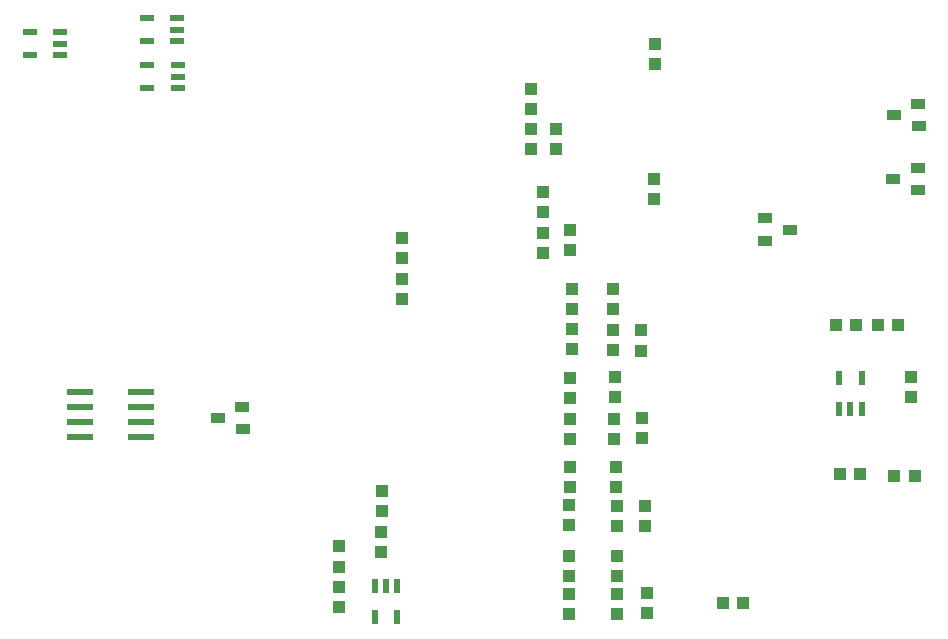
<source format=gbr>
G04 EAGLE Gerber X2 export*
%TF.Part,Single*%
%TF.FileFunction,Paste,Bot*%
%TF.FilePolarity,Positive*%
%TF.GenerationSoftware,Autodesk,EAGLE,8.6.3*%
%TF.CreationDate,2018-07-14T15:56:02Z*%
G75*
%MOMM*%
%FSLAX34Y34*%
%LPD*%
%AMOC8*
5,1,8,0,0,1.08239X$1,22.5*%
G01*
%ADD10R,2.200000X0.600000*%
%ADD11R,1.100000X1.000000*%
%ADD12R,1.200000X0.550000*%
%ADD13R,0.600000X1.200000*%
%ADD14R,1.200000X0.900000*%
%ADD15R,1.000000X1.100000*%


D10*
X342442Y228368D03*
X290442Y228368D03*
X342442Y241068D03*
X342442Y215668D03*
X342442Y202968D03*
X290442Y241068D03*
X290442Y215668D03*
X290442Y202968D03*
D11*
X834800Y61900D03*
X851800Y61900D03*
X546000Y104900D03*
X546000Y121900D03*
X546200Y140200D03*
X546200Y157200D03*
X672500Y497100D03*
X672500Y480100D03*
X672600Y463100D03*
X672600Y446100D03*
X742000Y310600D03*
X742000Y327600D03*
X742000Y293400D03*
X742000Y276400D03*
X744900Y177000D03*
X744900Y160000D03*
X745100Y144000D03*
X745100Y127000D03*
X563700Y371000D03*
X563700Y354000D03*
X563800Y336100D03*
X563800Y319100D03*
X682600Y358500D03*
X682600Y375500D03*
X682700Y392700D03*
X682700Y409700D03*
X743500Y236500D03*
X743500Y253500D03*
X742900Y218200D03*
X742900Y201200D03*
X745800Y102200D03*
X745800Y85200D03*
X745800Y69300D03*
X745800Y52300D03*
D12*
X373200Y557000D03*
X373200Y547500D03*
X373200Y538000D03*
X347200Y538000D03*
X347200Y557000D03*
D13*
X559500Y50440D03*
X540500Y76560D03*
X550000Y76560D03*
X559500Y76560D03*
X540500Y50440D03*
D11*
X510500Y75400D03*
X510500Y58400D03*
X510500Y109900D03*
X510500Y92900D03*
X705300Y177100D03*
X705300Y160100D03*
X704800Y102000D03*
X704800Y85000D03*
X705500Y200900D03*
X705500Y217900D03*
X705700Y235600D03*
X705700Y252600D03*
D14*
X870540Y387600D03*
X871040Y368600D03*
X891660Y378100D03*
D12*
X274200Y545200D03*
X274200Y535700D03*
X274200Y526200D03*
X248200Y526200D03*
X248200Y545200D03*
D15*
X983800Y297500D03*
X966800Y297500D03*
X980400Y169300D03*
X997400Y169300D03*
X951600Y171300D03*
X934600Y171300D03*
X947600Y297800D03*
X930600Y297800D03*
D11*
X994700Y253600D03*
X994700Y236600D03*
D13*
X933600Y252460D03*
X952600Y226340D03*
X943100Y226340D03*
X933600Y226340D03*
X952600Y252460D03*
D11*
X705200Y52500D03*
X705200Y69500D03*
X704900Y144800D03*
X704900Y127800D03*
X707200Y277300D03*
X707200Y294300D03*
X707100Y310600D03*
X707100Y327600D03*
X765800Y275800D03*
X765800Y292800D03*
X766900Y201900D03*
X766900Y218900D03*
X768800Y127500D03*
X768800Y144500D03*
X770600Y53300D03*
X770600Y70300D03*
X705900Y377600D03*
X705900Y360600D03*
X693500Y446400D03*
X693500Y463400D03*
D12*
X373900Y517200D03*
X373900Y507700D03*
X373900Y498200D03*
X347900Y498200D03*
X347900Y517200D03*
D14*
X428560Y209000D03*
X428060Y228000D03*
X407440Y218500D03*
X1000460Y411500D03*
X999960Y430500D03*
X979340Y421000D03*
X1000960Y465700D03*
X1000460Y484700D03*
X979840Y475200D03*
D15*
X778000Y518100D03*
X778000Y535100D03*
X776800Y404200D03*
X776800Y421200D03*
M02*

</source>
